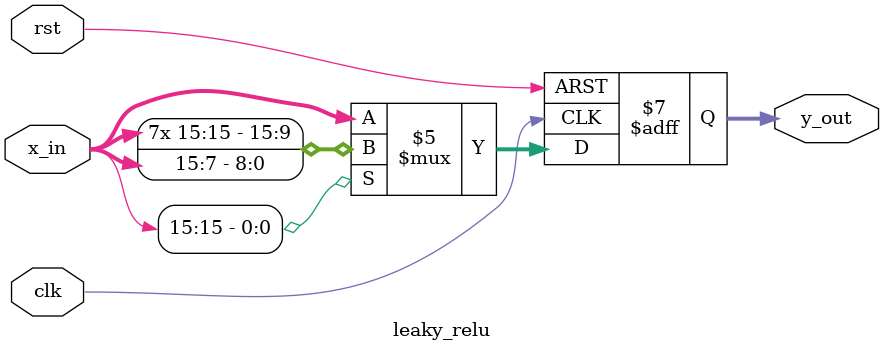
<source format=v>
module leaky_relu #(
    parameter DATA_WIDTH = 16 // Example: 8 bits for Q1.7, 16 for Q1.15 etc.
)(
    input wire clk,
    input wire rst, // Changed from rst_n for consistency
    input wire signed [DATA_WIDTH-1:0] x_in,
    output reg signed [DATA_WIDTH-1:0] y_out
);
    // Alpha for Leaky ReLU is 1/128, which is a right shift by 7.
    // This assumes fixed-point format where shifting right by 7 correctly scales.
    // E.g., for Qm.n format, if alpha = 2^(-k), then x_in >>> k is suitable.
    // For Q1.7, alpha = 2^(-7) means right shift by 7, which will be mostly 0 or -1 (for negative values),
    // effectively truncating most precision. Be mindful of fixed-point format design.

    always @(posedge clk or posedge rst) begin
        if (rst) begin
            y_out <= 0;
        end
        else begin
            if (x_in[DATA_WIDTH-1] == 1'b1) begin // Negative number
                y_out <= x_in >>> 7; // Arithmetic right shift by 7 (divide by 128)
            end
            else begin // Positive or zero
                y_out <= x_in;
            end
        end
    end

endmodule
</source>
